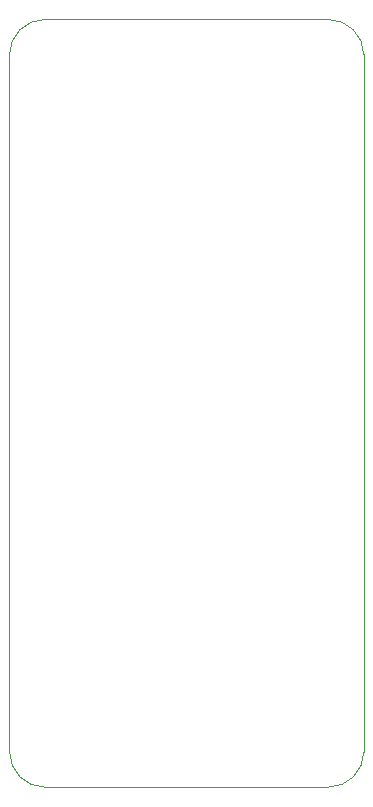
<source format=gbr>
%TF.GenerationSoftware,KiCad,Pcbnew,(7.0.0)*%
%TF.CreationDate,2023-03-30T12:23:11-04:00*%
%TF.ProjectId,headunit_pi4,68656164-756e-4697-945f-7069342e6b69,rev?*%
%TF.SameCoordinates,Original*%
%TF.FileFunction,Legend,Bot*%
%TF.FilePolarity,Positive*%
%FSLAX46Y46*%
G04 Gerber Fmt 4.6, Leading zero omitted, Abs format (unit mm)*
G04 Created by KiCad (PCBNEW (7.0.0)) date 2023-03-30 12:23:11*
%MOMM*%
%LPD*%
G01*
G04 APERTURE LIST*
%ADD10C,0.100000*%
G04 APERTURE END LIST*
D10*
%TO.C,U4*%
X111215000Y-142900000D02*
G75*
G03*
X114215000Y-145900000I3000000J0D01*
G01*
X138215000Y-145900000D02*
G75*
G03*
X141215000Y-142900000I0J3000000D01*
G01*
X114215000Y-80900000D02*
G75*
G03*
X111215000Y-83900000I-2J-2999998D01*
G01*
X141215000Y-83900002D02*
G75*
G03*
X138215000Y-80900002I-2999998J2D01*
G01*
X138215000Y-145900000D02*
X114215000Y-145900000D01*
X111215000Y-83900000D02*
X111215000Y-142900000D01*
X141215000Y-83800000D02*
X141215000Y-142900000D01*
X138215000Y-80900000D02*
X114215000Y-80900000D01*
%TD*%
M02*

</source>
